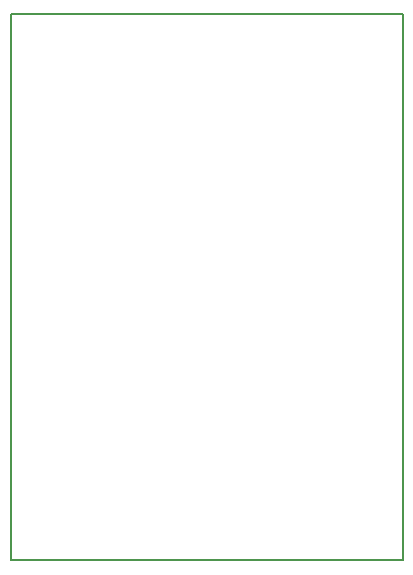
<source format=gko>
G04 #@! TF.FileFunction,Profile,NP*
%FSLAX46Y46*%
G04 Gerber Fmt 4.6, Leading zero omitted, Abs format (unit mm)*
G04 Created by KiCad (PCBNEW 0.201508140901+6091~28~ubuntu14.04.1-product) date Wed 04 Nov 2015 06:06:40 AM PST*
%MOMM*%
G01*
G04 APERTURE LIST*
%ADD10C,0.076200*%
%ADD11C,0.150000*%
G04 APERTURE END LIST*
D10*
D11*
X144576800Y-131267200D02*
X144576800Y-85013800D01*
X177749200Y-131267200D02*
X144576800Y-131267200D01*
X177749200Y-85013800D02*
X177749200Y-131267200D01*
X144576800Y-85013800D02*
X177749200Y-85013800D01*
M02*

</source>
